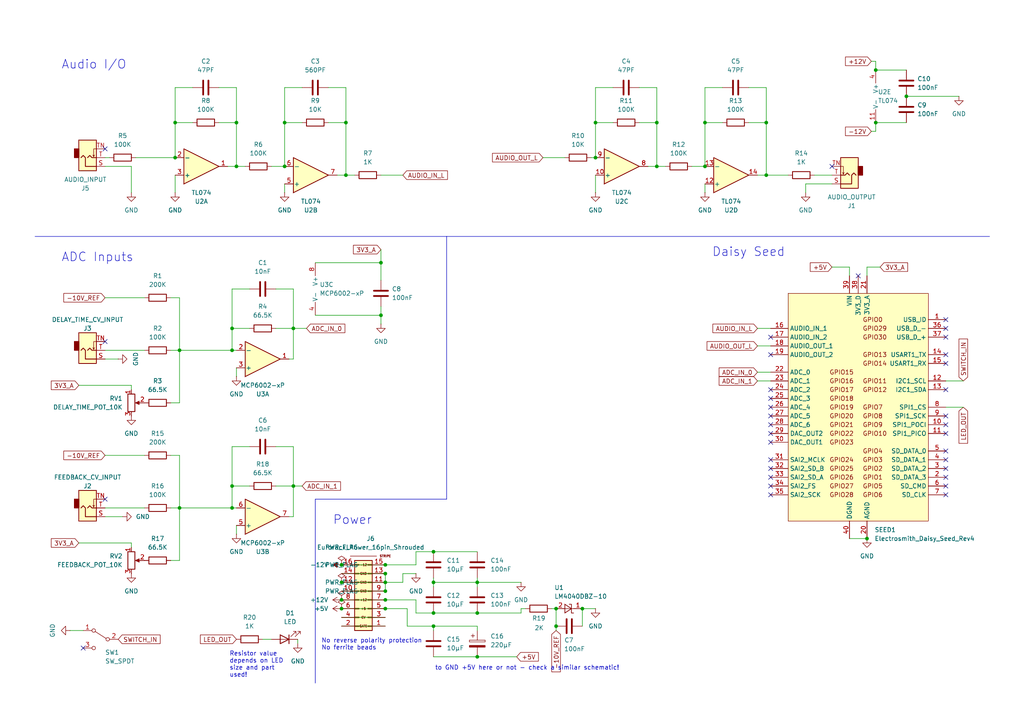
<source format=kicad_sch>
(kicad_sch (version 20231120) (generator "eeschema") (generator_version "8.0")
  (paper "A4")
  (title_block (title "Daisy Delay 6HP Eurorack Module") (date "2024-04-14") (rev "1.0") (company "42 Berlin SynthLab") (comment 1 "Important to connect AGND and DGND outside the seed!") (comment 2 "Using suggested pins in datasheet switch/LED examples:\nhttps://daisy.nyc3.cdn.digitaloceanspaces.com/products/seed/Daisy_Seed_datasheet.pdf"))
  (junction (at 82.55 48.26))
  (junction (at 52.07 147.32))
  (junction (at 251.46 156.21))
  (junction (at 204.47 35.56))
  (junction (at 111.76 173.99))
  (junction (at 125.73 177.8))
  (junction (at 254 35.56))
  (junction (at 67.31 147.32))
  (junction (at 125.73 168.91))
  (junction (at 138.43 168.91))
  (junction (at 161.29 181.61))
  (junction (at 67.31 140.97))
  (junction (at 111.76 171.45))
  (junction (at 100.33 35.56))
  (junction (at 82.55 35.56))
  (junction (at 190.5 48.26))
  (junction (at 110.49 76.2))
  (junction (at 111.76 168.91))
  (junction (at 125.73 160.02))
  (junction (at 190.5 35.56))
  (junction (at 168.91 176.53))
  (junction (at 138.43 190.5))
  (junction (at 111.76 163.83))
  (junction (at 68.58 35.56))
  (junction (at 67.31 95.25))
  (junction (at 111.76 176.53))
  (junction (at 222.25 50.8))
  (junction (at 172.72 45.72))
  (junction (at 85.09 140.97))
  (junction (at 172.72 35.56))
  (junction (at 125.73 181.61))
  (junction (at 111.76 166.37))
  (junction (at 138.43 177.8))
  (junction (at 68.58 48.26))
  (junction (at 204.47 48.26))
  (junction (at 254 20.32))
  (junction (at 85.09 95.25))
  (junction (at 50.8 35.56))
  (junction (at 262.89 27.94))
  (junction (at 99.06 176.53))
  (junction (at 52.07 101.6))
  (junction (at 99.06 173.99))
  (junction (at 222.25 35.56))
  (junction (at 99.06 163.83))
  (junction (at 99.06 168.91))
  (junction (at 50.8 45.72))
  (junction (at 67.31 101.6))
  (junction (at 100.33 50.8))
  (junction (at 161.29 176.53))
  (junction (at 110.49 91.44))
  (no_connect (at 223.52 123.19))
  (no_connect (at 274.32 102.87))
  (no_connect (at 24.13 187.96))
  (no_connect (at 274.32 130.81))
  (no_connect (at 223.52 113.03))
  (no_connect (at 248.92 80.01))
  (no_connect (at 223.52 128.27))
  (no_connect (at 223.52 135.89))
  (no_connect (at 274.32 92.71))
  (no_connect (at 274.32 133.35))
  (no_connect (at 274.32 97.79))
  (no_connect (at 223.52 102.87))
  (no_connect (at 223.52 143.51))
  (no_connect (at 223.52 115.57))
  (no_connect (at 274.32 95.25))
  (no_connect (at 274.32 125.73))
  (no_connect (at 223.52 125.73))
  (no_connect (at 223.52 118.11))
  (no_connect (at 274.32 140.97))
  (no_connect (at 223.52 140.97))
  (no_connect (at 30.48 99.06))
  (no_connect (at 223.52 120.65))
  (no_connect (at 274.32 105.41))
  (no_connect (at 30.48 43.18))
  (no_connect (at 274.32 120.65))
  (no_connect (at 241.3 48.26))
  (no_connect (at 30.48 144.78))
  (no_connect (at 274.32 123.19))
  (no_connect (at 274.32 143.51))
  (no_connect (at 274.32 138.43))
  (no_connect (at 223.52 133.35))
  (no_connect (at 274.32 135.89))
  (no_connect (at 223.52 138.43))
  (no_connect (at 274.32 113.03))
  (no_connect (at 223.52 97.79))
  (wire (pts (xy 30.48 132.08) (xy 41.91 132.08)))
  (wire (pts (xy 39.37 45.72) (xy 50.8 45.72)))
  (wire (pts (xy 67.31 140.97) (xy 67.31 129.54)))
  (wire (pts (xy 68.58 152.4) (xy 68.58 154.94)))
  (wire (pts (xy 204.47 25.4) (xy 204.47 35.56)))
  (wire (pts (xy 151.13 177.8) (xy 138.43 177.8)))
  (wire (pts (xy 35.56 149.86) (xy 30.48 149.86)))
  (wire (pts (xy 83.82 104.14) (xy 85.09 104.14)))
  (wire (pts (xy 246.38 156.21) (xy 251.46 156.21)))
  (wire (pts (xy 49.53 147.32) (xy 52.07 147.32)))
  (wire (pts (xy 219.71 50.8) (xy 222.25 50.8)))
  (wire (pts (xy 222.25 50.8) (xy 228.6 50.8)))
  (wire (pts (xy 30.48 45.72) (xy 31.75 45.72)))
  (wire (pts (xy 30.48 147.32) (xy 41.91 147.32)))
  (wire (pts (xy 52.07 116.84) (xy 52.07 101.6)))
  (wire (pts (xy 171.45 45.72) (xy 172.72 45.72)))
  (wire (pts (xy 161.29 181.61) (xy 161.29 176.53)))
  (wire (pts (xy 78.74 185.42) (xy 76.2 185.42)))
  (wire (pts (xy 49.53 116.84) (xy 52.07 116.84)))
  (wire (pts (xy 118.11 181.61) (xy 125.73 181.61)))
  (wire (pts (xy 49.53 132.08) (xy 52.07 132.08)))
  (wire (pts (xy 222.25 25.4) (xy 222.25 35.56)))
  (wire (pts (xy 116.84 168.91) (xy 111.76 168.91)))
  (wire (pts (xy 38.1 157.48) (xy 38.1 158.75)))
  (wire (pts (xy 110.49 76.2) (xy 110.49 72.39)))
  (wire (pts (xy 168.91 176.53) (xy 168.91 181.61)))
  (wire (pts (xy 157.48 45.72) (xy 163.83 45.72)))
  (wire (pts (xy 86.36 185.42) (xy 86.36 186.69)))
  (wire (pts (xy 151.13 176.53) (xy 151.13 177.8)))
  (wire (pts (xy 99.06 171.45) (xy 111.76 171.45)))
  (wire (pts (xy 111.76 168.91) (xy 111.76 171.45)))
  (wire (pts (xy 99.06 176.53) (xy 111.76 176.53)))
  (wire (pts (xy 209.55 25.4) (xy 204.47 25.4)))
  (polyline (pts (xy 129.54 68.58) (xy 287.02 68.58)))
  (wire (pts (xy 82.55 35.56) (xy 87.63 35.56)))
  (wire (pts (xy 138.43 182.88) (xy 138.43 181.61)))
  (wire (pts (xy 80.01 129.54) (xy 85.09 129.54)))
  (wire (pts (xy 99.06 179.07) (xy 111.76 179.07)))
  (wire (pts (xy 100.33 50.8) (xy 102.87 50.8)))
  (wire (pts (xy 251.46 80.01) (xy 251.46 77.47)))
  (wire (pts (xy 85.09 95.25) (xy 85.09 104.14)))
  (wire (pts (xy 67.31 140.97) (xy 67.31 147.32)))
  (wire (pts (xy 172.72 50.8) (xy 172.72 55.88)))
  (wire (pts (xy 217.17 25.4) (xy 222.25 25.4)))
  (wire (pts (xy 172.72 35.56) (xy 177.8 35.56)))
  (wire (pts (xy 68.58 48.26) (xy 68.58 35.56)))
  (wire (pts (xy 185.42 35.56) (xy 190.5 35.56)))
  (wire (pts (xy 110.49 88.9) (xy 110.49 91.44)))
  (wire (pts (xy 190.5 48.26) (xy 193.04 48.26)))
  (wire (pts (xy 138.43 190.5) (xy 149.86 190.5)))
  (wire (pts (xy 63.5 35.56) (xy 68.58 35.56)))
  (wire (pts (xy 125.73 177.8) (xy 120.65 177.8)))
  (wire (pts (xy 30.48 104.14) (xy 34.29 104.14)))
  (polyline (pts (xy 91.44 144.78) (xy 91.44 198.12)))
  (wire (pts (xy 82.55 35.56) (xy 82.55 48.26)))
  (wire (pts (xy 50.8 45.72) (xy 50.8 35.56)))
  (wire (pts (xy 219.71 100.33) (xy 223.52 100.33)))
  (wire (pts (xy 52.07 101.6) (xy 67.31 101.6)))
  (wire (pts (xy 111.76 163.83) (xy 120.65 163.83)))
  (wire (pts (xy 219.71 107.95) (xy 223.52 107.95)))
  (wire (pts (xy 222.25 35.56) (xy 222.25 50.8)))
  (wire (pts (xy 78.74 48.26) (xy 82.55 48.26)))
  (wire (pts (xy 68.58 106.68) (xy 68.58 109.22)))
  (wire (pts (xy 52.07 86.36) (xy 52.07 101.6)))
  (wire (pts (xy 138.43 168.91) (xy 138.43 167.64)))
  (wire (pts (xy 241.3 53.34) (xy 233.68 53.34)))
  (wire (pts (xy 274.32 110.49) (xy 279.4 110.49)))
  (wire (pts (xy 83.82 149.86) (xy 85.09 149.86)))
  (wire (pts (xy 99.06 163.83) (xy 111.76 163.83)))
  (wire (pts (xy 252.73 17.78) (xy 254 17.78)))
  (wire (pts (xy 219.71 95.25) (xy 223.52 95.25)))
  (wire (pts (xy 110.49 50.8) (xy 116.84 50.8)))
  (wire (pts (xy 161.29 182.88) (xy 161.29 181.61)))
  (wire (pts (xy 49.53 162.56) (xy 52.07 162.56)))
  (wire (pts (xy 172.72 176.53) (xy 168.91 176.53)))
  (wire (pts (xy 187.96 48.26) (xy 190.5 48.26)))
  (wire (pts (xy 85.09 129.54) (xy 85.09 140.97)))
  (wire (pts (xy 67.31 140.97) (xy 72.39 140.97)))
  (wire (pts (xy 251.46 77.47) (xy 255.27 77.47)))
  (wire (pts (xy 138.43 168.91) (xy 138.43 170.18)))
  (wire (pts (xy 67.31 129.54) (xy 72.39 129.54)))
  (wire (pts (xy 254 17.78) (xy 254 20.32)))
  (wire (pts (xy 160.02 176.53) (xy 161.29 176.53)))
  (wire (pts (xy 80.01 95.25) (xy 85.09 95.25)))
  (wire (pts (xy 125.73 190.5) (xy 138.43 190.5)))
  (wire (pts (xy 80.01 140.97) (xy 85.09 140.97)))
  (wire (pts (xy 91.44 91.44) (xy 110.49 91.44)))
  (wire (pts (xy 125.73 177.8) (xy 138.43 177.8)))
  (wire (pts (xy 20.32 182.88) (xy 24.13 182.88)))
  (wire (pts (xy 99.06 173.99) (xy 111.76 173.99)))
  (wire (pts (xy 99.06 168.91) (xy 111.76 168.91)))
  (wire (pts (xy 110.49 76.2) (xy 110.49 81.28)))
  (wire (pts (xy 190.5 25.4) (xy 190.5 35.56)))
  (wire (pts (xy 38.1 48.26) (xy 38.1 55.88)))
  (wire (pts (xy 38.1 111.76) (xy 38.1 113.03)))
  (wire (pts (xy 254 20.32) (xy 262.89 20.32)))
  (wire (pts (xy 67.31 101.6) (xy 68.58 101.6)))
  (wire (pts (xy 50.8 35.56) (xy 55.88 35.56)))
  (wire (pts (xy 254 38.1) (xy 254 35.56)))
  (wire (pts (xy 204.47 53.34) (xy 204.47 55.88)))
  (wire (pts (xy 100.33 35.56) (xy 100.33 50.8)))
  (wire (pts (xy 233.68 53.34) (xy 233.68 55.88)))
  (wire (pts (xy 138.43 168.91) (xy 151.13 168.91)))
  (wire (pts (xy 236.22 50.8) (xy 241.3 50.8)))
  (wire (pts (xy 274.32 118.11) (xy 279.4 118.11)))
  (wire (pts (xy 80.01 83.82) (xy 85.09 83.82)))
  (wire (pts (xy 252.73 38.1) (xy 254 38.1)))
  (wire (pts (xy 22.86 157.48) (xy 38.1 157.48)))
  (wire (pts (xy 49.53 101.6) (xy 52.07 101.6)))
  (wire (pts (xy 125.73 167.64) (xy 125.73 168.91)))
  (wire (pts (xy 125.73 160.02) (xy 120.65 160.02)))
  (wire (pts (xy 120.65 177.8) (xy 120.65 173.99)))
  (wire (pts (xy 217.17 35.56) (xy 222.25 35.56)))
  (wire (pts (xy 66.04 48.26) (xy 68.58 48.26)))
  (wire (pts (xy 85.09 140.97) (xy 85.09 149.86)))
  (wire (pts (xy 111.76 176.53) (xy 118.11 176.53)))
  (wire (pts (xy 30.48 86.36) (xy 41.91 86.36)))
  (wire (pts (xy 125.73 168.91) (xy 125.73 170.18)))
  (wire (pts (xy 67.31 95.25) (xy 67.31 83.82)))
  (wire (pts (xy 262.89 27.94) (xy 278.13 27.94)))
  (wire (pts (xy 30.48 48.26) (xy 38.1 48.26)))
  (polyline (pts (xy 91.44 144.78) (xy 129.54 144.78)))
  (wire (pts (xy 219.71 110.49) (xy 223.52 110.49)))
  (wire (pts (xy 22.86 111.76) (xy 38.1 111.76)))
  (wire (pts (xy 111.76 166.37) (xy 111.76 168.91)))
  (wire (pts (xy 67.31 95.25) (xy 72.39 95.25)))
  (wire (pts (xy 67.31 147.32) (xy 68.58 147.32)))
  (wire (pts (xy 95.25 25.4) (xy 100.33 25.4)))
  (wire (pts (xy 30.48 101.6) (xy 41.91 101.6)))
  (wire (pts (xy 125.73 160.02) (xy 138.43 160.02)))
  (wire (pts (xy 254 35.56) (xy 262.89 35.56)))
  (wire (pts (xy 190.5 48.26) (xy 190.5 35.56)))
  (wire (pts (xy 50.8 25.4) (xy 50.8 35.56)))
  (wire (pts (xy 185.42 25.4) (xy 190.5 25.4)))
  (wire (pts (xy 85.09 83.82) (xy 85.09 95.25)))
  (wire (pts (xy 100.33 25.4) (xy 100.33 35.56)))
  (wire (pts (xy 52.07 162.56) (xy 52.07 147.32)))
  (wire (pts (xy 125.73 168.91) (xy 138.43 168.91)))
  (wire (pts (xy 200.66 48.26) (xy 204.47 48.26)))
  (wire (pts (xy 91.44 76.2) (xy 110.49 76.2)))
  (wire (pts (xy 52.07 132.08) (xy 52.07 147.32)))
  (wire (pts (xy 246.38 77.47) (xy 246.38 80.01)))
  (wire (pts (xy 172.72 25.4) (xy 172.72 35.56)))
  (wire (pts (xy 110.49 91.44) (xy 110.49 93.98)))
  (wire (pts (xy 97.79 50.8) (xy 100.33 50.8)))
  (wire (pts (xy 50.8 50.8) (xy 50.8 55.88)))
  (wire (pts (xy 95.25 35.56) (xy 100.33 35.56)))
  (wire (pts (xy 63.5 25.4) (xy 68.58 25.4)))
  (wire (pts (xy 125.73 181.61) (xy 138.43 181.61)))
  (wire (pts (xy 49.53 86.36) (xy 52.07 86.36)))
  (wire (pts (xy 82.55 53.34) (xy 82.55 55.88)))
  (wire (pts (xy 85.09 140.97) (xy 87.63 140.97)))
  (wire (pts (xy 151.13 176.53) (xy 152.4 176.53)))
  (wire (pts (xy 204.47 35.56) (xy 204.47 48.26)))
  (wire (pts (xy 116.84 166.37) (xy 120.65 166.37)))
  (wire (pts (xy 68.58 48.26) (xy 71.12 48.26)))
  (wire (pts (xy 55.88 25.4) (xy 50.8 25.4)))
  (wire (pts (xy 120.65 160.02) (xy 120.65 163.83)))
  (wire (pts (xy 241.3 77.47) (xy 246.38 77.47)))
  (wire (pts (xy 204.47 35.56) (xy 209.55 35.56)))
  (wire (pts (xy 68.58 25.4) (xy 68.58 35.56)))
  (wire (pts (xy 85.09 95.25) (xy 88.9 95.25)))
  (wire (pts (xy 87.63 25.4) (xy 82.55 25.4)))
  (wire (pts (xy 52.07 147.32) (xy 67.31 147.32)))
  (wire (pts (xy 116.84 166.37) (xy 116.84 168.91)))
  (wire (pts (xy 67.31 83.82) (xy 72.39 83.82)))
  (wire (pts (xy 111.76 173.99) (xy 120.65 173.99)))
  (wire (pts (xy 99.06 166.37) (xy 111.76 166.37)))
  (polyline (pts (xy 10.16 68.58) (xy 129.54 68.58)))
  (wire (pts (xy 82.55 25.4) (xy 82.55 35.56)))
  (polyline (pts (xy 129.54 68.58) (xy 129.54 144.78)))
  (wire (pts (xy 125.73 182.88) (xy 125.73 181.61)))
  (wire (pts (xy 99.06 181.61) (xy 111.76 181.61)))
  (wire (pts (xy 172.72 45.72) (xy 172.72 35.56)))
  (wire (pts (xy 177.8 25.4) (xy 172.72 25.4)))
  (wire (pts (xy 67.31 95.25) (xy 67.31 101.6)))
  (wire (pts (xy 118.11 176.53) (xy 118.11 181.61)))
  (text "ADC Inputs" (at 17.78 76.2 0) (effects (font (size 2.54 2.54)) (justify left bottom)))
  (text "Resistor value\ndepends on LED\nsize and part\nused!" (at 66.548 192.786 0) (effects (font (size 1.27 1.27)) (justify left)))
  (text "Audio I/O" (at 17.78 20.32 0) (effects (font (size 2.54 2.54)) (justify left bottom)))
  (text "Power" (at 96.52 152.4 0) (effects (font (size 2.54 2.54)) (justify left bottom)))
  (text "to GND +5V here or not - check a similar schematic!" (at 152.908 193.802 0) (effects (font (size 1.27 1.27))))
  (text "Daisy Seed" (at 206.502 74.676 0) (effects (font (size 2.54 2.54)) (justify left bottom)))
  (text "No reverse polarity protection\nNo ferrite beads" (at 93.218 186.944 0) (effects (font (size 1.27 1.27)) (justify left)))
  (global_label "3V3_A" (shape input) (at 22.86 157.48 180) (property "Intersheetrefs" "${INTERSHEET_REFS}" (effects (hide yes))))
  (global_label "LED_OUT" (shape input) (at 279.4 118.11 270) (property "Intersheetrefs" "${INTERSHEET_REFS}" (effects (hide yes))))
  (global_label "3V3_A" (shape input) (at 110.49 72.39 180) (property "Intersheetrefs" "${INTERSHEET_REFS}" (effects (hide yes))))
  (global_label "ADC_IN_0" (shape input) (at 88.9 95.25 0) (property "Intersheetrefs" "${INTERSHEET_REFS}" (effects (hide yes))))
  (global_label "ADC_IN_0" (shape input) (at 219.71 107.95 180) (property "Intersheetrefs" "${INTERSHEET_REFS}" (effects (hide yes))))
  (global_label "-12V" (shape input) (at 252.73 38.1 180) (property "Intersheetrefs" "${INTERSHEET_REFS}" (effects (hide yes))))
  (global_label "AUDIO_OUT_L" (shape input) (at 219.71 100.33 180) (property "Intersheetrefs" "${INTERSHEET_REFS}" (effects (hide yes))))
  (global_label "-10V_REF" (shape input) (at 161.29 182.88 270) (property "Intersheetrefs" "${INTERSHEET_REFS}" (effects (hide yes))))
  (global_label "+12V" (shape input) (at 252.73 17.78 180) (property "Intersheetrefs" "${INTERSHEET_REFS}" (effects (hide yes))))
  (global_label "3V3_A" (shape input) (at 22.86 111.76 180) (property "Intersheetrefs" "${INTERSHEET_REFS}" (effects (hide yes))))
  (global_label "AUDIO_OUT_L" (shape input) (at 157.48 45.72 180) (property "Intersheetrefs" "${INTERSHEET_REFS}" (effects (hide yes))))
  (global_label "SWITCH_IN" (shape input) (at 279.4 110.49 90) (property "Intersheetrefs" "${INTERSHEET_REFS}" (effects (hide yes))))
  (global_label "AUDIO_IN_L" (shape input) (at 219.71 95.25 180) (property "Intersheetrefs" "${INTERSHEET_REFS}" (effects (hide yes))))
  (global_label "3V3_A" (shape input) (at 255.27 77.47 0) (property "Intersheetrefs" "${INTERSHEET_REFS}" (effects (hide yes))))
  (global_label "+5V" (shape input) (at 149.86 190.5 0) (property "Intersheetrefs" "${INTERSHEET_REFS}" (effects (hide yes))))
  (global_label "+5V" (shape input) (at 241.3 77.47 180) (property "Intersheetrefs" "${INTERSHEET_REFS}" (effects (hide yes))))
  (global_label "LED_OUT" (shape input) (at 68.58 185.42 180) (property "Intersheetrefs" "${INTERSHEET_REFS}" (effects (hide yes))))
  (global_label "-10V_REF" (shape input) (at 30.48 132.08 180) (property "Intersheetrefs" "${INTERSHEET_REFS}" (effects (hide yes))))
  (global_label "SWITCH_IN" (shape input) (at 34.29 185.42 0) (property "Intersheetrefs" "${INTERSHEET_REFS}" (effects (hide yes))))
  (global_label "ADC_IN_1" (shape input) (at 87.63 140.97 0) (property "Intersheetrefs" "${INTERSHEET_REFS}" (effects (hide yes))))
  (global_label "-10V_REF" (shape input) (at 30.48 86.36 180) (property "Intersheetrefs" "${INTERSHEET_REFS}" (effects (hide yes))))
  (global_label "ADC_IN_1" (shape input) (at 219.71 110.49 180) (property "Intersheetrefs" "${INTERSHEET_REFS}" (effects (hide yes))))
  (global_label "AUDIO_IN_L" (shape input) (at 116.84 50.8 0) (property "Intersheetrefs" "${INTERSHEET_REFS}" (effects (hide yes))))
  (symbol (lib_name "GND_3") (lib_id "power:GND") (at 68.58 154.94 0) (unit 1)
    (property "Reference" "#PWR07" (effects (hide yes)))
    (property "Value" "GND" (at 68.58 160.02 0))
    (property "Description" "Power symbol creates a global label with name \"GND\" , ground" (effects (hide yes)))
  )
  (symbol (lib_id "Device:R") (at 45.72 116.84 90) (unit 1)
    (property "Reference" "R3" (at 45.72 110.49 90))
    (property "Value" "66.5K" (at 45.72 113.03 90))
    (property "Footprint" "Resistor_THT:R_Axial_DIN0204_L3.6mm_D1.6mm_P5.08mm_Horizontal" (effects (hide yes)))
  )
  (symbol (lib_name "GND_3") (lib_id "power:GND") (at 204.47 55.88 0) (unit 1)
    (property "Reference" "#PWR03" (effects (hide yes)))
    (property "Value" "GND" (at 204.47 60.96 0))
    (property "Description" "Power symbol creates a global label with name \"GND\" , ground" (effects (hide yes)))
  )
  (symbol (lib_id "Device:R") (at 232.41 50.8 90) (unit 1)
    (property "Reference" "R14" (at 232.41 44.45 90))
    (property "Value" "1K" (at 232.41 46.99 90))
    (property "Footprint" "Resistor_THT:R_Axial_DIN0204_L3.6mm_D1.6mm_P5.08mm_Horizontal" (effects (hide yes)))
  )
  (symbol (lib_id "MCU_Module:Electrosmith_Daisy_Seed_Rev4") (at 248.92 118.11 0) (unit 1)
    (property "Reference" "SEED1" (at 253.6541 153.67 0) (effects (justify left)))
    (property "Value" "Electrosmith_Daisy_Seed_Rev4" (at 253.6541 156.21 0) (effects (justify left)))
    (property "Footprint" "Module:Electrosmith_Daisy_Seed" (effects (hide yes)))
    (property "Datasheet" "https://static1.squarespace.com/static/58d03fdc1b10e3bf442567b8/t/6227e6236f02fb68d1577146/1646781988478/Daisy_Seed_datasheet_v1.0.3.pdf" (effects (hide yes)))
  )
  (symbol (lib_id "power:PWR_FLAG") (at 99.06 168.91 0) (unit 1)
    (property "Reference" "#FLG04" (effects (hide yes)))
    (property "Value" "PWR_FLAG" (at 99.06 163.83 0))
    (property "Description" "Special symbol for telling ERC where power comes from" (effects (hide yes)))
  )
  (symbol (lib_id "Amplifier_Operational:TL074") (at 90.17 50.8 0) (mirror x) (unit 2)
    (property "Reference" "U2" (at 90.17 60.96 0))
    (property "Value" "TL074" (at 90.17 58.42 0))
    (property "Footprint" "Package_DIP:DIP-14_W7.62mm" (effects (hide yes)))
    (property "Datasheet" "http://www.ti.com/lit/ds/symlink/tl071.pdf" (effects (hide yes)))
  )
  (symbol (lib_name "GND_3") (lib_id "power:GND") (at 233.68 55.88 0) (unit 1)
    (property "Reference" "#PWR015" (effects (hide yes)))
    (property "Value" "GND" (at 233.68 60.96 0))
    (property "Description" "Power symbol creates a global label with name \"GND\" , ground" (effects (hide yes)))
  )
  (symbol (lib_id "Device:R") (at 167.64 45.72 90) (unit 1)
    (property "Reference" "R10" (at 167.64 39.37 90))
    (property "Value" "10K" (at 167.64 41.91 90))
    (property "Footprint" "Resistor_THT:R_Axial_DIN0204_L3.6mm_D1.6mm_P5.08mm_Horizontal" (effects (hide yes)))
  )
  (symbol (lib_id "Device:R") (at 45.72 86.36 90) (unit 1)
    (property "Reference" "R1" (at 45.72 80.01 90))
    (property "Value" "200K" (at 45.72 82.55 90))
    (property "Footprint" "Resistor_THT:R_Axial_DIN0204_L3.6mm_D1.6mm_P5.08mm_Horizontal" (effects (hide yes)))
  )
  (symbol (lib_id "Device:R") (at 45.72 132.08 90) (unit 1)
    (property "Reference" "R15" (at 45.72 125.73 90))
    (property "Value" "200K" (at 45.72 128.27 90))
    (property "Footprint" "Resistor_THT:R_Axial_DIN0204_L3.6mm_D1.6mm_P5.08mm_Horizontal" (effects (hide yes)))
  )
  (symbol (lib_id "Device:R") (at 45.72 162.56 90) (unit 1)
    (property "Reference" "R17" (at 45.72 156.21 90))
    (property "Value" "66.5K" (at 45.72 158.75 90))
    (property "Footprint" "Resistor_THT:R_Axial_DIN0204_L3.6mm_D1.6mm_P5.08mm_Horizontal" (effects (hide yes)))
  )
  (symbol (lib_id "Device:R") (at 76.2 140.97 90) (unit 1)
    (property "Reference" "R18" (at 76.2 134.62 90))
    (property "Value" "66.5K" (at 76.2 137.16 90))
    (property "Footprint" "Resistor_THT:R_Axial_DIN0204_L3.6mm_D1.6mm_P5.08mm_Horizontal" (effects (hide yes)))
  )
  (symbol (lib_id "Device:R") (at 45.72 147.32 90) (unit 1)
    (property "Reference" "R16" (at 45.72 140.97 90))
    (property "Value" "100K" (at 45.72 143.51 90))
    (property "Footprint" "Resistor_THT:R_Axial_DIN0204_L3.6mm_D1.6mm_P5.08mm_Horizontal" (effects (hide yes)))
  )
  (symbol (lib_id "Device:R") (at 74.93 48.26 90) (unit 1)
    (property "Reference" "R6" (at 74.93 41.91 90))
    (property "Value" "100K" (at 74.93 44.45 90))
    (property "Footprint" "Resistor_THT:R_Axial_DIN0204_L3.6mm_D1.6mm_P5.08mm_Horizontal" (effects (hide yes)))
  )
  (symbol (lib_name "GND_3") (lib_id "power:GND") (at 278.13 27.94 0) (unit 1)
    (property "Reference" "#PWR04" (effects (hide yes)))
    (property "Value" "GND" (at 278.13 33.02 0))
    (property "Description" "Power symbol creates a global label with name \"GND\" , ground" (effects (hide yes)))
  )
  (symbol (lib_id "Device:C_Polarized") (at 138.43 186.69 0) (unit 1)
    (property "Reference" "C16" (at 142.24 184.5309 0) (effects (justify left)))
    (property "Value" "220µF" (at 142.24 187.0709 0) (effects (justify left)))
    (property "Footprint" "Capacitor_THT:CP_Radial_D5.0mm_P2.50mm" (effects (hide yes)))
    (property "Description" "Polarized capacitor" (effects (hide yes)))
  )
  (symbol (lib_name "GND_3") (lib_id "power:GND") (at 38.1 55.88 0) (unit 1)
    (property "Reference" "#PWR010" (effects (hide yes)))
    (property "Value" "GND" (at 38.1 60.96 0))
    (property "Description" "Power symbol creates a global label with name \"GND\" , ground" (effects (hide yes)))
  )
  (symbol (lib_id "Device:C") (at 138.43 173.99 0) (unit 1)
    (property "Reference" "C13" (at 142.24 172.7199 0) (effects (justify left)))
    (property "Value" "100nF" (at 142.24 175.2599 0) (effects (justify left)))
    (property "Footprint" "Capacitor_THT:C_Disc_D3.0mm_W1.6mm_P2.50mm" (effects (hide yes)))
    (property "Description" "Unpolarized capacitor" (effects (hide yes)))
  )
  (symbol (lib_id "Device:R") (at 59.69 35.56 90) (unit 1)
    (property "Reference" "R8" (at 59.69 29.21 90))
    (property "Value" "100K" (at 59.69 31.75 90))
    (property "Footprint" "Resistor_THT:R_Axial_DIN0204_L3.6mm_D1.6mm_P5.08mm_Horizontal" (effects (hide yes)))
  )
  (symbol (lib_id "Amplifier_Operational:TL074") (at 180.34 48.26 0) (mirror x) (unit 3)
    (property "Reference" "U2" (at 180.34 58.42 0))
    (property "Value" "TL074" (at 180.34 55.88 0))
    (property "Footprint" "Package_DIP:DIP-14_W7.62mm" (effects (hide yes)))
    (property "Datasheet" "http://www.ti.com/lit/ds/symlink/tl071.pdf" (effects (hide yes)))
  )
  (symbol (lib_id "Device:C") (at 213.36 25.4 90) (unit 1)
    (property "Reference" "C5" (at 213.36 17.78 90))
    (property "Value" "47PF" (at 213.36 20.32 90))
    (property "Footprint" "Capacitor_THT:C_Disc_D3.0mm_W1.6mm_P2.50mm" (effects (hide yes)))
  )
  (symbol (lib_id "Device:R") (at 76.2 95.25 90) (unit 1)
    (property "Reference" "R4" (at 76.2 88.9 90))
    (property "Value" "66.5K" (at 76.2 91.44 90))
    (property "Footprint" "Resistor_THT:R_Axial_DIN0204_L3.6mm_D1.6mm_P5.08mm_Horizontal" (effects (hide yes)))
  )
  (symbol (lib_id "Amplifier_Operational:TL074") (at 256.54 27.94 0) (unit 5)
    (property "Reference" "U2" (at 254.635 26.67 0) (effects (justify left)))
    (property "Value" "TL074" (at 254.635 29.21 0) (effects (justify left)))
    (property "Footprint" "Package_DIP:DIP-14_W7.62mm" (effects (hide yes)))
    (property "Datasheet" "http://www.ti.com/lit/ds/symlink/tl071.pdf" (effects (hide yes)))
  )
  (symbol (lib_id "Device:C") (at 165.1 181.61 90) (unit 1)
    (property "Reference" "C7" (at 166.37 185.674 90) (effects (justify left)))
    (property "Value" "100nF" (at 169.672 188.214 90) (effects (justify left)))
    (property "Footprint" "Capacitor_THT:C_Disc_D3.0mm_W1.6mm_P2.50mm" (effects (hide yes)))
  )
  (symbol (lib_name "GND_3") (lib_id "power:GND") (at 50.8 55.88 0) (unit 1)
    (property "Reference" "#PWR011" (effects (hide yes)))
    (property "Value" "GND" (at 50.8 60.96 0))
    (property "Description" "Power symbol creates a global label with name \"GND\" , ground" (effects (hide yes)))
  )
  (symbol (lib_id "Connector_Audio:AudioJack2_SwitchT") (at 25.4 101.6 0) (mirror x) (unit 1)
    (property "Reference" "J3" (at 25.4 95.25 0))
    (property "Value" "DELAY_TIME_CV_INPUT" (at 25.4 92.71 0))
    (property "Footprint" "eurocad:PJ301M-12_T_S" (effects (hide yes)))
    (property "Description" "Audio Jack, 2 Poles (Mono / TS), Switched T Pole (Normalling)" (effects (hide yes)))
  )
  (symbol (lib_id "Device:C") (at 262.89 31.75 0) (unit 1)
    (property "Reference" "C9" (at 266.065 30.48 0) (effects (justify left)))
    (property "Value" "100nF" (at 266.065 33.02 0) (effects (justify left)))
    (property "Footprint" "Capacitor_THT:C_Disc_D3.0mm_W1.6mm_P2.50mm" (effects (hide yes)))
  )
  (symbol (lib_name "GND_1") (lib_id "power:GND") (at 120.65 166.37 0) (unit 1)
    (property "Reference" "#PWR016" (effects (hide yes)))
    (property "Value" "GND" (at 120.65 171.45 0))
    (property "Description" "Power symbol creates a global label with name \"GND\" , ground" (effects (hide yes)))
  )
  (symbol (lib_id "Device:R_Potentiometer") (at 38.1 162.56 0) (unit 1)
    (property "Reference" "RV2" (at 35.56 161.2899 0) (effects (justify right)))
    (property "Value" "FEEDBACK_POT_10K" (at 35.56 163.8299 0) (effects (justify right)))
    (property "Footprint" "eurocad:Alpha9mmPot" (effects (hide yes)))
  )
  (symbol (lib_id "power:-12V") (at 99.06 163.83 90) (unit 1)
    (property "Reference" "#PWR022" (effects (hide yes)))
    (property "Value" "-12V" (at 95.25 163.8299 90) (effects (justify left)))
    (property "Description" "Power symbol creates a global label with name \"-12V\"" (effects (hide yes)))
  )
  (symbol (lib_id "Device:R") (at 213.36 35.56 90) (unit 1)
    (property "Reference" "R13" (at 213.36 29.21 90))
    (property "Value" "100K" (at 213.36 31.75 90))
    (property "Footprint" "Resistor_THT:R_Axial_DIN0204_L3.6mm_D1.6mm_P5.08mm_Horizontal" (effects (hide yes)))
  )
  (symbol (lib_name "GND_1") (lib_id "power:GND") (at 151.13 168.91 0) (unit 1)
    (property "Reference" "#PWR013" (effects (hide yes)))
    (property "Value" "GND" (at 151.13 173.99 0))
    (property "Description" "Power symbol creates a global label with name \"GND\" , ground" (effects (hide yes)))
  )
  (symbol (lib_id "Device:C") (at 125.73 163.83 0) (unit 1)
    (property "Reference" "C11" (at 129.54 162.5599 0) (effects (justify left)))
    (property "Value" "10µF" (at 129.54 165.0999 0) (effects (justify left)))
    (property "Footprint" "Capacitor_THT:C_Disc_D3.0mm_W1.6mm_P2.50mm" (effects (hide yes)))
    (property "Description" "Unpolarized capacitor" (effects (hide yes)))
  )
  (symbol (lib_id "Connector_Audio:AudioJack2_SwitchT") (at 25.4 147.32 0) (mirror x) (unit 1)
    (property "Reference" "J2" (at 25.4 140.97 0))
    (property "Value" "FEEDBACK_CV_INPUT" (at 25.4 138.43 0))
    (property "Footprint" "eurocad:PJ301M-12_T_S" (effects (hide yes)))
    (property "Description" "Audio Jack, 2 Poles (Mono / TS), Switched T Pole (Normalling)" (effects (hide yes)))
  )
  (symbol (lib_id "Amplifier_Operational:MCP6002-xP") (at 76.2 149.86 0) (mirror x) (unit 2)
    (property "Reference" "U3" (at 76.2 160.02 0))
    (property "Value" "MCP6002-xP" (at 76.2 157.48 0))
    (property "Footprint" "Package_DIP:DIP-8_W7.62mm" (effects (hide yes)))
    (property "Datasheet" "http://ww1.microchip.com/downloads/en/DeviceDoc/21733j.pdf" (effects (hide yes)))
    (property "Description" "1MHz, Low-Power Op Amp, DIP-8" (effects (hide yes)))
  )
  (symbol (lib_id "Connector_Audio:AudioJack2_SwitchT") (at 25.4 45.72 0) (mirror x) (unit 1)
    (property "Reference" "J5" (at 24.765 54.61 0))
    (property "Value" "AUDIO_INPUT" (at 24.765 52.07 0))
    (property "Footprint" "eurocad:PJ301M-12_T_S" (effects (hide yes)))
    (property "Description" "Audio Jack, 2 Poles (Mono / TS), Switched T Pole (Normalling)" (effects (hide yes)))
  )
  (symbol (lib_id "Device:R") (at 156.21 176.53 90) (unit 1)
    (property "Reference" "R19" (at 158.242 179.324 90) (effects (justify left)))
    (property "Value" "2K" (at 157.734 182.118 90) (effects (justify left)))
    (property "Footprint" "Resistor_THT:R_Axial_DIN0204_L3.6mm_D1.6mm_P5.08mm_Horizontal" (effects (hide yes)))
  )
  (symbol (lib_id "Device:C") (at 76.2 129.54 90) (unit 1)
    (property "Reference" "C6" (at 76.2 121.92 90))
    (property "Value" "10nF" (at 76.2 124.46 90))
    (property "Footprint" "Capacitor_THT:C_Disc_D3.0mm_W1.6mm_P2.50mm" (effects (hide yes)))
  )
  (symbol (lib_id "Amplifier_Operational:TL074") (at 58.42 48.26 0) (mirror x) (unit 1)
    (property "Reference" "U2" (at 58.42 58.42 0))
    (property "Value" "TL074" (at 58.42 55.88 0))
    (property "Footprint" "Package_DIP:DIP-14_W7.62mm" (effects (hide yes)))
    (property "Datasheet" "http://www.ti.com/lit/ds/symlink/tl071.pdf" (effects (hide yes)))
  )
  (symbol (lib_id "Device:R") (at 91.44 35.56 90) (unit 1)
    (property "Reference" "R9" (at 91.44 29.21 90))
    (property "Value" "10K" (at 91.44 31.75 90))
    (property "Footprint" "Resistor_THT:R_Axial_DIN0204_L3.6mm_D1.6mm_P5.08mm_Horizontal" (effects (hide yes)))
  )
  (symbol (lib_id "Device:R") (at 181.61 35.56 90) (unit 1)
    (property "Reference" "R11" (at 181.61 29.21 90))
    (property "Value" "100K" (at 181.61 31.75 90))
    (property "Footprint" "Resistor_THT:R_Axial_DIN0204_L3.6mm_D1.6mm_P5.08mm_Horizontal" (effects (hide yes)))
  )
  (symbol (lib_id "Device:C") (at 125.73 173.99 0) (unit 1)
    (property "Reference" "C12" (at 129.54 172.7199 0) (effects (justify left)))
    (property "Value" "10µF" (at 129.54 175.2599 0) (effects (justify left)))
    (property "Footprint" "Capacitor_THT:C_Disc_D3.0mm_W1.6mm_P2.50mm" (effects (hide yes)))
    (property "Description" "Unpolarized capacitor" (effects (hide yes)))
  )
  (symbol (lib_id "Device:C") (at 76.2 83.82 90) (unit 1)
    (property "Reference" "C1" (at 76.2 76.2 90))
    (property "Value" "10nF" (at 76.2 78.74 90))
    (property "Footprint" "Capacitor_THT:C_Disc_D3.0mm_W1.6mm_P2.50mm" (effects (hide yes)))
  )
  (symbol (lib_id "Device:C") (at 125.73 186.69 0) (unit 1)
    (property "Reference" "C15" (at 129.54 185.4199 0) (effects (justify left)))
    (property "Value" "10µF" (at 129.54 187.9599 0) (effects (justify left)))
    (property "Footprint" "Capacitor_THT:C_Disc_D3.0mm_W1.6mm_P2.50mm" (effects (hide yes)))
    (property "Description" "Unpolarized capacitor" (effects (hide yes)))
  )
  (symbol (lib_id "power:+12V") (at 99.06 173.99 90) (unit 1)
    (property "Reference" "#PWR014" (effects (hide yes)))
    (property "Value" "+12V" (at 95.25 173.9899 90) (effects (justify left)))
    (property "Description" "Power symbol creates a global label with name \"+12V\"" (effects (hide yes)))
  )
  (symbol (lib_name "GND_3") (lib_id "power:GND") (at 110.49 93.98 0) (unit 1)
    (property "Reference" "#PWR08" (effects (hide yes)))
    (property "Value" "GND" (at 110.49 99.06 0))
    (property "Description" "Power symbol creates a global label with name \"GND\" , ground" (effects (hide yes)))
  )
  (symbol (lib_name "GND_3") (lib_id "power:GND") (at 38.1 166.37 0) (unit 1)
    (property "Reference" "#PWR021" (effects (hide yes)))
    (property "Value" "GND" (at 38.1 171.45 0))
    (property "Description" "Power symbol creates a global label with name \"GND\" , ground" (effects (hide yes)))
  )
  (symbol (lib_id "Device:C") (at 91.44 25.4 90) (unit 1)
    (property "Reference" "C3" (at 91.44 17.78 90))
    (property "Value" "560PF" (at 91.44 20.32 90))
    (property "Footprint" "Capacitor_THT:C_Disc_D3.0mm_W1.6mm_P2.50mm" (effects (hide yes)))
  )
  (symbol (lib_id "Device:C") (at 262.89 24.13 0) (unit 1)
    (property "Reference" "C10" (at 266.065 22.86 0) (effects (justify left)))
    (property "Value" "100nF" (at 266.065 25.4 0) (effects (justify left)))
    (property "Footprint" "Capacitor_THT:C_Disc_D3.0mm_W1.6mm_P2.50mm" (effects (hide yes)))
  )
  (symbol (lib_name "GND_3") (lib_id "power:GND") (at 172.72 176.53 0) (unit 1)
    (property "Reference" "#PWR09" (effects (hide yes)))
    (property "Value" "GND" (at 172.72 181.61 0))
    (property "Description" "Power symbol creates a global label with name \"GND\" , ground" (effects (hide yes)))
  )
  (symbol (lib_id "power:PWR_FLAG") (at 99.06 176.53 0) (unit 1)
    (property "Reference" "#FLG03" (effects (hide yes)))
    (property "Value" "PWR_FLAG" (at 99.06 171.45 0))
    (property "Description" "Special symbol for telling ERC where power comes from" (effects (hide yes)))
  )
  (symbol (lib_id "Connector_Audio:AudioJack2_SwitchT") (at 246.38 50.8 180) (unit 1)
    (property "Reference" "J1" (at 247.015 59.69 0))
    (property "Value" "AUDIO_OUTPUT" (at 247.015 57.15 0))
    (property "Footprint" "eurocad:PJ301M-12_T_S" (effects (hide yes)))
    (property "Description" "Audio Jack, 2 Poles (Mono / TS), Switched T Pole (Normalling)" (effects (hide yes)))
  )
  (symbol (lib_id "Amplifier_Operational:MCP6002-xP") (at 76.2 104.14 0) (mirror x) (unit 1)
    (property "Reference" "U3" (at 76.2 114.3 0))
    (property "Value" "MCP6002-xP" (at 76.2 111.76 0))
    (property "Footprint" "Package_DIP:DIP-8_W7.62mm" (effects (hide yes)))
    (property "Datasheet" "http://ww1.microchip.com/downloads/en/DeviceDoc/21733j.pdf" (effects (hide yes)))
    (property "Description" "1MHz, Low-Power Op Amp, DIP-8" (effects (hide yes)))
  )
  (symbol (lib_name "GND_3") (lib_id "power:GND") (at 82.55 55.88 0) (unit 1)
    (property "Reference" "#PWR012" (effects (hide yes)))
    (property "Value" "GND" (at 82.55 60.96 0))
    (property "Description" "Power symbol creates a global label with name \"GND\" , ground" (effects (hide yes)))
  )
  (symbol (lib_id "Device:C") (at 110.49 85.09 0) (unit 1)
    (property "Reference" "C8" (at 113.665 83.82 0) (effects (justify left)))
    (property "Value" "100nF" (at 113.665 86.36 0) (effects (justify left)))
    (property "Footprint" "Capacitor_THT:C_Disc_D3.0mm_W1.6mm_P2.50mm" (effects (hide yes)))
  )
  (symbol (lib_name "GND_3") (lib_id "power:GND") (at 68.58 109.22 0) (unit 1)
    (property "Reference" "#PWR01" (effects (hide yes)))
    (property "Value" "GND" (at 68.58 114.3 0))
    (property "Description" "Power symbol creates a global label with name \"GND\" , ground" (effects (hide yes)))
  )
  (symbol (lib_name "GND_3") (lib_id "power:GND") (at 34.29 104.14 90) (unit 1)
    (property "Reference" "#PWR05" (effects (hide yes)))
    (property "Value" "GND" (at 39.37 104.14 0))
    (property "Description" "Power symbol creates a global label with name \"GND\" , ground" (effects (hide yes)))
  )
  (symbol (lib_id "Device:R_Potentiometer") (at 38.1 116.84 0) (unit 1)
    (property "Reference" "RV1" (at 35.56 115.57 0) (effects (justify right)))
    (property "Value" "DELAY_TIME_POT_10K" (at 35.56 118.11 0) (effects (justify right)))
    (property "Footprint" "eurocad:Alpha9mmPot" (effects (hide yes)))
  )
  (symbol (lib_name "GND_3") (lib_id "power:GND") (at 172.72 55.88 0) (unit 1)
    (property "Reference" "#PWR02" (effects (hide yes)))
    (property "Value" "GND" (at 172.72 60.96 0))
    (property "Description" "Power symbol creates a global label with name \"GND\" , ground" (effects (hide yes)))
  )
  (symbol (lib_name "GND_3") (lib_id "power:GND") (at 35.56 149.86 90) (unit 1)
    (property "Reference" "#PWR018" (effects (hide yes)))
    (property "Value" "GND" (at 39.37 149.8599 90) (effects (justify right)))
    (property "Description" "Power symbol creates a global label with name \"GND\" , ground" (effects (hide yes)))
  )
  (symbol (lib_id "Device:R") (at 45.72 101.6 90) (unit 1)
    (property "Reference" "R2" (at 45.72 95.25 90))
    (property "Value" "100K" (at 45.72 97.79 90))
    (property "Footprint" "Resistor_THT:R_Axial_DIN0204_L3.6mm_D1.6mm_P5.08mm_Horizontal" (effects (hide yes)))
  )
  (symbol (lib_name "GND_3") (lib_id "power:GND") (at 86.36 186.69 0) (unit 1)
    (property "Reference" "#PWR017" (effects (hide yes)))
    (property "Value" "GND" (at 86.36 191.77 0))
    (property "Description" "Power symbol creates a global label with name \"GND\" , ground" (effects (hide yes)))
  )
  (symbol (lib_id "Amplifier_Operational:MCP6002-xP") (at 93.98 83.82 0) (unit 3)
    (property "Reference" "U3" (at 92.71 82.5499 0) (effects (justify left)))
    (property "Value" "MCP6002-xP" (at 92.71 85.0899 0) (effects (justify left)))
    (property "Footprint" "Package_DIP:DIP-8_W7.62mm" (effects (hide yes)))
    (property "Datasheet" "http://ww1.microchip.com/downloads/en/DeviceDoc/21733j.pdf" (effects (hide yes)))
    (property "Description" "1MHz, Low-Power Op Amp, DIP-8" (effects (hide yes)))
  )
  (symbol (lib_id "power:PWR_FLAG") (at 99.06 173.99 0) (unit 1)
    (property "Reference" "#FLG02" (effects (hide yes)))
    (property "Value" "PWR_FLAG" (at 99.06 168.91 0))
    (property "Description" "Special symbol for telling ERC where power comes from" (effects (hide yes)))
  )
  (symbol (lib_id "Device:R") (at 35.56 45.72 90) (unit 1)
    (property "Reference" "R5" (at 35.56 39.37 90))
    (property "Value" "100K" (at 35.56 41.91 90))
    (property "Footprint" "Resistor_THT:R_Axial_DIN0204_L3.6mm_D1.6mm_P5.08mm_Horizontal" (effects (hide yes)))
  )
  (symbol (lib_name "GND_3") (lib_id "power:GND") (at 38.1 120.65 0) (unit 1)
    (property "Reference" "#PWR020" (effects (hide yes)))
    (property "Value" "GND" (at 38.1 125.73 0))
    (property "Description" "Power symbol creates a global label with name \"GND\" , ground" (effects (hide yes)))
  )
  (symbol (lib_id "Device:C") (at 138.43 163.83 0) (unit 1)
    (property "Reference" "C14" (at 142.24 162.5599 0) (effects (justify left)))
    (property "Value" "100nF" (at 142.24 165.0999 0) (effects (justify left)))
    (property "Footprint" "Capacitor_THT:C_Disc_D3.0mm_W1.6mm_P2.50mm" (effects (hide yes)))
    (property "Description" "Unpolarized capacitor" (effects (hide yes)))
  )
  (symbol (lib_id "Device:C") (at 59.69 25.4 90) (unit 1)
    (property "Reference" "C2" (at 59.69 17.78 90))
    (property "Value" "47PF" (at 59.69 20.32 90))
    (property "Footprint" "Capacitor_THT:C_Disc_D3.0mm_W1.6mm_P2.50mm" (effects (hide yes)))
  )
  (symbol (lib_id "Reference_Voltage:LM4040DBZ-10") (at 165.1 176.53 0) (mirror x) (unit 1)
    (property "Reference" "U1" (at 160.782 170.434 0) (effects (justify left)))
    (property "Value" "LM4040DBZ-10" (at 160.782 172.974 0) (effects (justify left)))
    (property "Footprint" "Package_TO_SOT_SMD:SOT-23" (effects (hide yes)))
    (property "Datasheet" "http://www.ti.com/lit/ds/symlink/lm4040-n.pdf" (effects (hide yes)))
    (property "Description" "10.00V Precision Micropower Shunt Voltage Reference, SOT-23" (effects (hide yes)))
  )
  (symbol (lib_name "GND_2") (lib_id "power:GND") (at 251.46 156.21 0) (unit 1)
    (property "Reference" "#PWR019" (effects (hide yes)))
    (property "Value" "GND" (at 251.46 161.29 0))
    (property "Description" "Power symbol creates a global label with name \"GND\" , ground" (effects (hide yes)))
  )
  (symbol (lib_id "Device:LED") (at 82.55 185.42 180) (unit 1)
    (property "Reference" "D1" (at 84.1375 177.8 0))
    (property "Value" "LED" (at 84.1375 180.34 0))
    (property "Footprint" "LED_THT:LED_D5.0mm" (effects (hide yes)))
    (property "Description" "Light emitting diode" (effects (hide yes)))
  )
  (symbol (lib_id "PCM_4ms_Connector:Eurorack_Power_16pin_Shrouded") (at 105.41 172.72 180) (unit 1)
    (property "Reference" "J6" (at 107.5166 156.21 0))
    (property "Value" "Eurorack_Power_16pin_Shrouded" (at 107.5166 158.75 0))
    (property "Footprint" "PCM_4ms_Connector:Pins_2x08_2.54mm_TH_EuroPower_Shrouded" (effects (hide yes)))
    (property "Description" "Header, Male Pins, 2*8, spacing 2.54mm, straight pin, shrouded and keyed" (effects (hide yes)))
    (property "Specifications" "Header, Male Pins, 2*8, spacing 2.54mm, straight pin, shrouded and keyed" (effects (hide yes)))
    (property "Manufacturer" "Cixi LanLing" (effects (hide yes)))
    (property "Part Number" "LL1007-1 (2*8 HITEMP)" (effects (hide yes)))
  )
  (symbol (lib_name "GND_3") (lib_id "power:GND") (at 20.32 182.88 270) (unit 1)
    (property "Reference" "#PWR06" (effects (hide yes)))
    (property "Value" "GND" (at 15.24 182.88 0))
    (property "Description" "Power symbol creates a global label with name \"GND\" , ground" (effects (hide yes)))
  )
  (symbol (lib_id "power:+5V") (at 99.06 176.53 90) (unit 1)
    (property "Reference" "#PWR023" (effects (hide yes)))
    (property "Value" "+5V" (at 95.25 176.5299 90) (effects (justify left)))
    (property "Description" "Power symbol creates a global label with name \"+5V\"" (effects (hide yes)))
  )
  (symbol (lib_id "Device:C") (at 181.61 25.4 90) (unit 1)
    (property "Reference" "C4" (at 181.61 17.78 90))
    (property "Value" "47PF" (at 181.61 20.32 90))
    (property "Footprint" "Capacitor_THT:C_Disc_D3.0mm_W1.6mm_P2.50mm" (effects (hide yes)))
  )
  (symbol (lib_id "Device:R") (at 106.68 50.8 90) (unit 1)
    (property "Reference" "R7" (at 106.68 44.45 90))
    (property "Value" "1K" (at 106.68 46.99 90))
    (property "Footprint" "Resistor_THT:R_Axial_DIN0204_L3.6mm_D1.6mm_P5.08mm_Horizontal" (effects (hide yes)))
  )
  (symbol (lib_id "Switch:SW_SPDT") (at 29.21 185.42 0) (mirror y) (unit 1)
    (property "Reference" "SW1" (at 30.48 189.23 0) (effects (justify right)))
    (property "Value" "SW_SPDT" (at 30.48 191.77 0) (effects (justify right)))
    (property "Footprint" "Library:SW_Slide-03_Wuerth-WS-SLTV_10x2.5x6.4_P2.54mm-SolderLugs" (effects (hide yes)))
  )
  (symbol (lib_id "Amplifier_Operational:TL074") (at 212.09 50.8 0) (mirror x) (unit 4)
    (property "Reference" "U2" (at 212.09 60.96 0))
    (property "Value" "TL074" (at 212.09 58.42 0))
    (property "Footprint" "Package_DIP:DIP-14_W7.62mm" (effects (hide yes)))
    (property "Datasheet" "http://www.ti.com/lit/ds/symlink/tl071.pdf" (effects (hide yes)))
  )
  (symbol (lib_id "power:PWR_FLAG") (at 99.06 163.83 0) (unit 1)
    (property "Reference" "#FLG01" (effects (hide yes)))
    (property "Value" "PWR_FLAG" (at 99.06 158.75 0))
    (property "Description" "Special symbol for telling ERC where power comes from" (effects (hide yes)))
  )
  (symbol (lib_id "Device:R") (at 72.39 185.42 90) (unit 1)
    (property "Reference" "R20" (at 72.39 179.07 90))
    (property "Value" "1K" (at 72.39 181.61 90))
    (property "Footprint" "Resistor_THT:R_Axial_DIN0204_L3.6mm_D1.6mm_P5.08mm_Horizontal" (effects (hide yes)))
  )
  (symbol (lib_id "Device:R") (at 196.85 48.26 90) (unit 1)
    (property "Reference" "R12" (at 196.85 41.91 90))
    (property "Value" "100K" (at 196.85 44.45 90))
    (property "Footprint" "Resistor_THT:R_Axial_DIN0204_L3.6mm_D1.6mm_P5.08mm_Horizontal" (effects (hide yes)))
  )
)
</source>
